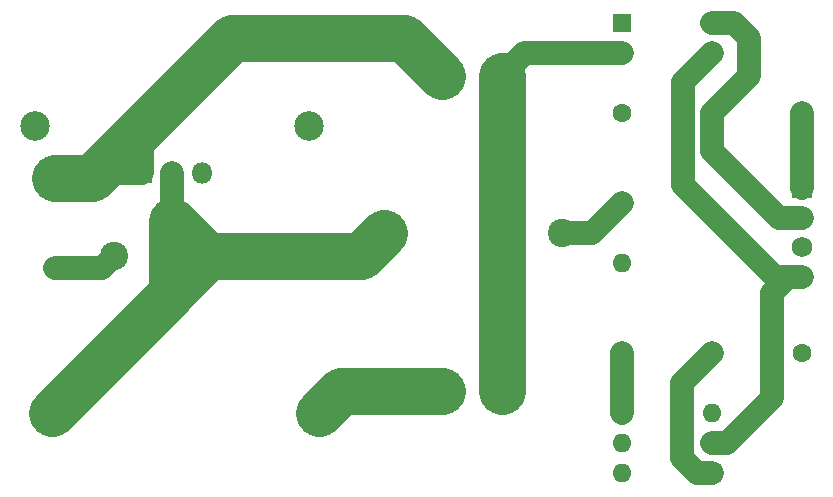
<source format=gbr>
G04 #@! TF.FileFunction,Copper,L2,Bot,Signal*
%FSLAX46Y46*%
G04 Gerber Fmt 4.6, Leading zero omitted, Abs format (unit mm)*
G04 Created by KiCad (PCBNEW 4.0.7-e2-6376~58~ubuntu16.04.1) date Fri Jun 29 12:06:55 2018*
%MOMM*%
%LPD*%
G01*
G04 APERTURE LIST*
%ADD10C,0.100000*%
%ADD11R,1.800000X1.800000*%
%ADD12O,1.800000X1.800000*%
%ADD13C,1.600000*%
%ADD14O,1.600000X1.600000*%
%ADD15R,1.600000X1.600000*%
%ADD16R,1.750000X1.750000*%
%ADD17C,1.750000*%
%ADD18R,3.000000X3.000000*%
%ADD19C,3.000000*%
%ADD20C,2.400000*%
%ADD21C,2.540000*%
%ADD22C,2.500000*%
%ADD23C,2.000000*%
%ADD24C,4.000000*%
G04 APERTURE END LIST*
D10*
D11*
X180340000Y-60960000D03*
D12*
X182880000Y-60960000D03*
X185420000Y-60960000D03*
D13*
X236220000Y-55880000D03*
D14*
X228600000Y-55880000D03*
D13*
X220980000Y-55880000D03*
D14*
X220980000Y-63500000D03*
D13*
X236220000Y-76200000D03*
D14*
X228600000Y-76200000D03*
D13*
X220980000Y-76200000D03*
D14*
X220980000Y-68580000D03*
D15*
X220980000Y-48260000D03*
D14*
X228600000Y-50800000D03*
X220980000Y-50800000D03*
X228600000Y-48260000D03*
D15*
X228600000Y-86360000D03*
D14*
X220980000Y-81280000D03*
X228600000Y-83820000D03*
X220980000Y-83820000D03*
X228600000Y-81280000D03*
X220980000Y-86360000D03*
D16*
X236220000Y-62230000D03*
D17*
X236220000Y-64730000D03*
X236220000Y-67230000D03*
X236220000Y-69730000D03*
D13*
X173000000Y-69000000D03*
D14*
X173000000Y-61380000D03*
D18*
X210820000Y-79375000D03*
D19*
X205740000Y-79375000D03*
D18*
X205740000Y-52705000D03*
D19*
X210820000Y-52705000D03*
D20*
X193000000Y-68000000D03*
X178000000Y-68000000D03*
D21*
X172720000Y-81280000D03*
X195320000Y-81280000D03*
D20*
X215900000Y-66040000D03*
X200900000Y-66040000D03*
D22*
X171280000Y-56970000D03*
X194480000Y-56970000D03*
D23*
X215900000Y-66040000D02*
X218440000Y-66040000D01*
X218440000Y-66040000D02*
X220980000Y-63500000D01*
D24*
X193000000Y-68000000D02*
X186000000Y-68000000D01*
X186000000Y-68000000D02*
X172720000Y-81280000D01*
X193000000Y-68000000D02*
X198940000Y-68000000D01*
X198940000Y-68000000D02*
X200900000Y-66040000D01*
X193000000Y-68000000D02*
X185880000Y-68000000D01*
X182880000Y-71120000D02*
X172720000Y-81280000D01*
X182880000Y-65000000D02*
X182880000Y-71120000D01*
D23*
X182880000Y-60960000D02*
X182880000Y-65000000D01*
D24*
X185880000Y-68000000D02*
X182880000Y-65000000D01*
X176110000Y-61380000D02*
X180340000Y-57150000D01*
X180340000Y-57150000D02*
X187960000Y-49530000D01*
D23*
X180340000Y-60960000D02*
X180340000Y-57150000D01*
X180340000Y-60960000D02*
X176530000Y-60960000D01*
X176530000Y-60960000D02*
X176110000Y-61380000D01*
D24*
X173000000Y-61380000D02*
X176110000Y-61380000D01*
X187960000Y-49530000D02*
X202565000Y-49530000D01*
X202565000Y-49530000D02*
X205740000Y-52705000D01*
D23*
X236220000Y-62230000D02*
X236220000Y-55880000D01*
X228600000Y-55880000D02*
X228600000Y-59055000D01*
X231775000Y-49530000D02*
X231775000Y-52705000D01*
X231775000Y-52705000D02*
X228600000Y-55880000D01*
X228600000Y-48260000D02*
X230505000Y-48260000D01*
X230505000Y-48260000D02*
X231775000Y-49530000D01*
X234275000Y-64730000D02*
X236220000Y-64730000D01*
X228600000Y-59055000D02*
X234275000Y-64730000D01*
X227330000Y-86360000D02*
X228600000Y-86360000D01*
X226060000Y-85090000D02*
X227330000Y-86360000D01*
X226060000Y-78740000D02*
X226060000Y-85090000D01*
X228600000Y-76200000D02*
X226060000Y-78740000D01*
X220980000Y-81280000D02*
X220980000Y-76200000D01*
X233680000Y-71120000D02*
X233680000Y-80010000D01*
X235070000Y-69730000D02*
X233680000Y-71120000D01*
X226199998Y-61954114D02*
X226199998Y-53200002D01*
X226199998Y-53200002D02*
X228600000Y-50800000D01*
X228600000Y-83820000D02*
X229870000Y-83820000D01*
X229870000Y-83820000D02*
X233680000Y-80010000D01*
X236220000Y-69730000D02*
X233975884Y-69730000D01*
X233975884Y-69730000D02*
X226199998Y-61954114D01*
X236220000Y-69730000D02*
X235070000Y-69730000D01*
X173000000Y-69000000D02*
X177000000Y-69000000D01*
X177000000Y-69000000D02*
X178000000Y-68000000D01*
D24*
X205740000Y-79375000D02*
X197225000Y-79375000D01*
X197225000Y-79375000D02*
X195320000Y-81280000D01*
D23*
X220980000Y-50800000D02*
X212725000Y-50800000D01*
X212725000Y-50800000D02*
X210820000Y-52705000D01*
X211455000Y-52070000D02*
X210820000Y-52705000D01*
D24*
X210820000Y-52705000D02*
X210820000Y-79375000D01*
M02*

</source>
